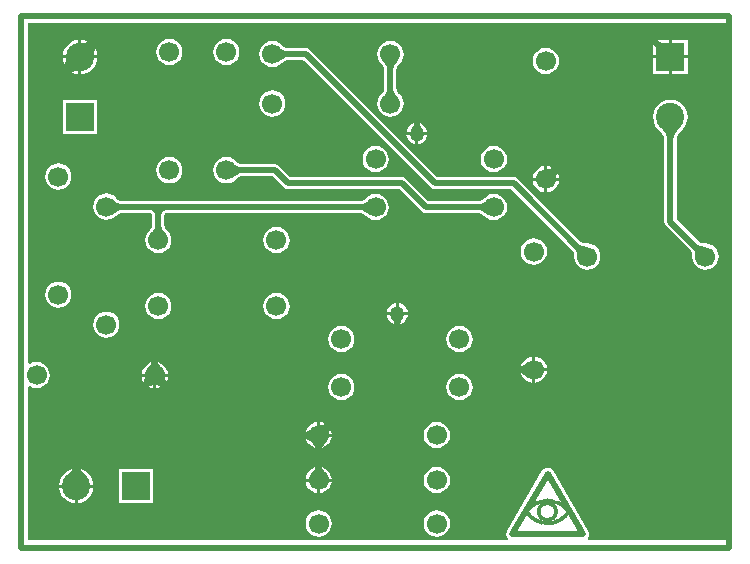
<source format=gbl>
G04 Layer_Physical_Order=2*
G04 Layer_Color=13278208*
%FSLAX44Y44*%
%MOMM*%
G71*
G01*
G75*
%ADD10C,0.3000*%
%ADD13C,0.5000*%
%ADD15C,2.4000*%
%ADD16R,2.4000X2.4000*%
%ADD17C,1.7000*%
%ADD18R,2.4000X2.4000*%
%ADD19C,1.2700*%
G36*
X596900Y6350D02*
X480199D01*
X479838Y7221D01*
X479753Y7620D01*
X479898Y7837D01*
X480160Y8069D01*
X480450Y8663D01*
X480818Y9214D01*
X480886Y9556D01*
X481039Y9871D01*
X481080Y10531D01*
X481209Y11180D01*
X481141Y11523D01*
X481162Y11872D01*
X480947Y12498D01*
X480818Y13147D01*
X480623Y13437D01*
X480509Y13768D01*
X450460Y65318D01*
X450247Y65559D01*
X450105Y65847D01*
X449588Y66303D01*
X449131Y66820D01*
X448843Y66961D01*
X448601Y67173D01*
X447949Y67397D01*
X447329Y67699D01*
X447009Y67719D01*
X446705Y67823D01*
X446016Y67780D01*
X445328Y67822D01*
X445024Y67717D01*
X444703Y67697D01*
X444084Y67394D01*
X443432Y67169D01*
X443191Y66957D01*
X442903Y66815D01*
X442447Y66298D01*
X441930Y65841D01*
X441789Y65553D01*
X441577Y65311D01*
X411627Y13762D01*
X411515Y13434D01*
X411323Y13147D01*
X411193Y12494D01*
X410977Y11865D01*
X410999Y11519D01*
X410931Y11180D01*
X411061Y10527D01*
X411103Y9864D01*
X411255Y9553D01*
X411323Y9214D01*
X411692Y8660D01*
X411985Y8063D01*
X412244Y7834D01*
X412387Y7620D01*
X412302Y7221D01*
X411941Y6350D01*
X6350D01*
Y136185D01*
X7489Y136747D01*
X7932Y136407D01*
X10618Y135294D01*
X13500Y134915D01*
X16382Y135294D01*
X19068Y136407D01*
X21374Y138176D01*
X23143Y140482D01*
X24256Y143168D01*
X24635Y146050D01*
X24256Y148932D01*
X23143Y151618D01*
X21374Y153924D01*
X19068Y155693D01*
X16382Y156806D01*
X13500Y157185D01*
X10618Y156806D01*
X7932Y155693D01*
X7489Y155353D01*
X6350Y155915D01*
Y444500D01*
X596900D01*
Y6350D01*
D02*
G37*
%LPC*%
G36*
X216370Y215605D02*
X213488Y215226D01*
X210802Y214113D01*
X208496Y212344D01*
X206727Y210038D01*
X205614Y207352D01*
X205235Y204470D01*
X205614Y201588D01*
X206727Y198902D01*
X208496Y196596D01*
X210802Y194827D01*
X213488Y193714D01*
X216370Y193335D01*
X219252Y193714D01*
X221938Y194827D01*
X224244Y196596D01*
X226013Y198902D01*
X227126Y201588D01*
X227505Y204470D01*
X227126Y207352D01*
X226013Y210038D01*
X224244Y212344D01*
X221938Y214113D01*
X219252Y215226D01*
X216370Y215605D01*
D02*
G37*
G36*
X116370D02*
X113488Y215226D01*
X110802Y214113D01*
X108496Y212344D01*
X106727Y210038D01*
X105614Y207352D01*
X105235Y204470D01*
X105614Y201588D01*
X106727Y198902D01*
X108496Y196596D01*
X110802Y194827D01*
X113488Y193714D01*
X116370Y193335D01*
X119252Y193714D01*
X121938Y194827D01*
X124244Y196596D01*
X126013Y198902D01*
X127126Y201588D01*
X127505Y204470D01*
X127126Y207352D01*
X126013Y210038D01*
X124244Y212344D01*
X121938Y214113D01*
X119252Y215226D01*
X116370Y215605D01*
D02*
G37*
G36*
X320040Y206919D02*
Y199390D01*
X327570D01*
X327431Y200441D01*
X326535Y202603D01*
X325110Y204460D01*
X323253Y205885D01*
X321091Y206781D01*
X320040Y206919D01*
D02*
G37*
G36*
X317500D02*
X316449Y206781D01*
X314287Y205885D01*
X312430Y204460D01*
X311005Y202603D01*
X310109Y200441D01*
X309970Y199390D01*
X317500D01*
Y206919D01*
D02*
G37*
G36*
X327570Y196850D02*
X320040D01*
Y193585D01*
X323215D01*
X322845Y193191D01*
X322515Y192771D01*
X322223Y192324D01*
X321970Y191852D01*
X321756Y191354D01*
X321581Y190830D01*
X321445Y190279D01*
X321348Y189703D01*
X321334Y189559D01*
X323253Y190355D01*
X325110Y191780D01*
X326535Y193637D01*
X327431Y195799D01*
X327570Y196850D01*
D02*
G37*
G36*
X271310Y187665D02*
X268428Y187286D01*
X265742Y186173D01*
X263436Y184404D01*
X261667Y182098D01*
X260554Y179412D01*
X260175Y176530D01*
X260554Y173648D01*
X261667Y170962D01*
X263436Y168656D01*
X265742Y166887D01*
X268428Y165774D01*
X271310Y165395D01*
X274192Y165774D01*
X276878Y166887D01*
X279184Y168656D01*
X280953Y170962D01*
X282066Y173648D01*
X282445Y176530D01*
X282066Y179412D01*
X280953Y182098D01*
X279184Y184404D01*
X276878Y186173D01*
X274192Y187286D01*
X271310Y187665D01*
D02*
G37*
G36*
X435610Y161628D02*
Y151930D01*
X445308D01*
X445096Y153542D01*
X443983Y156228D01*
X442214Y158534D01*
X439908Y160303D01*
X437222Y161416D01*
X435610Y161628D01*
D02*
G37*
G36*
X371310Y187665D02*
X368428Y187286D01*
X365742Y186173D01*
X363436Y184404D01*
X361667Y182098D01*
X360554Y179412D01*
X360175Y176530D01*
X360554Y173648D01*
X361667Y170962D01*
X363436Y168656D01*
X365742Y166887D01*
X368428Y165774D01*
X371310Y165395D01*
X374192Y165774D01*
X376878Y166887D01*
X379184Y168656D01*
X380953Y170962D01*
X382066Y173648D01*
X382445Y176530D01*
X382066Y179412D01*
X380953Y182098D01*
X379184Y184404D01*
X376878Y186173D01*
X374192Y187286D01*
X371310Y187665D01*
D02*
G37*
G36*
X317500Y196850D02*
X309970D01*
X310109Y195799D01*
X311005Y193637D01*
X312430Y191780D01*
X314287Y190355D01*
X316206Y189559D01*
X316192Y189703D01*
X316095Y190279D01*
X315959Y190830D01*
X315784Y191354D01*
X315570Y191852D01*
X315317Y192324D01*
X315025Y192771D01*
X314694Y193191D01*
X314325Y193585D01*
X317500D01*
Y196850D01*
D02*
G37*
G36*
X72390Y199895D02*
X69508Y199516D01*
X66822Y198403D01*
X64516Y196634D01*
X62747Y194328D01*
X61634Y191642D01*
X61255Y188760D01*
X61634Y185878D01*
X62747Y183192D01*
X64516Y180886D01*
X66822Y179117D01*
X69508Y178004D01*
X72390Y177625D01*
X75272Y178004D01*
X77958Y179117D01*
X80264Y180886D01*
X82033Y183192D01*
X83146Y185878D01*
X83525Y188760D01*
X83146Y191642D01*
X82033Y194328D01*
X80264Y196634D01*
X77958Y198403D01*
X75272Y199516D01*
X72390Y199895D01*
D02*
G37*
G36*
X216370Y271485D02*
X213488Y271106D01*
X210802Y269993D01*
X208496Y268224D01*
X206727Y265918D01*
X205614Y263232D01*
X205235Y260350D01*
X205614Y257468D01*
X206727Y254782D01*
X208496Y252476D01*
X210802Y250707D01*
X213488Y249594D01*
X216370Y249215D01*
X219252Y249594D01*
X221938Y250707D01*
X224244Y252476D01*
X226013Y254782D01*
X227126Y257468D01*
X227505Y260350D01*
X227126Y263232D01*
X226013Y265918D01*
X224244Y268224D01*
X221938Y269993D01*
X219252Y271106D01*
X216370Y271485D01*
D02*
G37*
G36*
X249368Y67902D02*
X246692Y66793D01*
X244386Y65024D01*
X242617Y62718D01*
X241504Y60032D01*
X241292Y58420D01*
X250990D01*
Y63220D01*
X246310D01*
X246966Y63900D01*
X247552Y64588D01*
X248069Y65284D01*
X248518Y65988D01*
X248897Y66700D01*
X249208Y67419D01*
X249368Y67902D01*
D02*
G37*
G36*
X50940Y66172D02*
X50965Y66123D01*
X51614Y65074D01*
X52381Y64002D01*
X53266Y62905D01*
X55390Y60640D01*
X48260D01*
Y53340D01*
X61488D01*
X61156Y55866D01*
X59691Y59403D01*
X57360Y62440D01*
X54323Y64771D01*
X50940Y66172D01*
D02*
G37*
G36*
X173990Y330705D02*
X171108Y330326D01*
X168422Y329213D01*
X166116Y327444D01*
X164347Y325138D01*
X163234Y322452D01*
X162855Y319570D01*
X163234Y316688D01*
X164347Y314002D01*
X166116Y311696D01*
X168422Y309927D01*
X171108Y308814D01*
X173990Y308435D01*
X176872Y308814D01*
X179558Y309927D01*
X181864Y311696D01*
X182056Y311947D01*
X182481Y312356D01*
X183043Y312835D01*
X183595Y313246D01*
X184135Y313590D01*
X184664Y313872D01*
X185182Y314096D01*
X185691Y314265D01*
X186196Y314384D01*
X186539Y314431D01*
X212971D01*
X222426Y304976D01*
X224093Y303862D01*
X226060Y303471D01*
X320452D01*
X339266Y284656D01*
X340933Y283542D01*
X342900Y283151D01*
X387971D01*
X388313Y283104D01*
X388819Y282985D01*
X389328Y282816D01*
X389846Y282592D01*
X390374Y282310D01*
X390915Y281966D01*
X391467Y281555D01*
X392029Y281076D01*
X392454Y280667D01*
X392646Y280416D01*
X394952Y278647D01*
X397638Y277534D01*
X400520Y277155D01*
X403402Y277534D01*
X406088Y278647D01*
X408394Y280416D01*
X410163Y282722D01*
X411276Y285408D01*
X411655Y288290D01*
X411276Y291172D01*
X410163Y293858D01*
X408394Y296164D01*
X406088Y297933D01*
X403402Y299046D01*
X400520Y299425D01*
X397638Y299046D01*
X394952Y297933D01*
X392646Y296164D01*
X392454Y295913D01*
X392029Y295504D01*
X391467Y295025D01*
X390915Y294614D01*
X390375Y294270D01*
X389846Y293988D01*
X389328Y293764D01*
X388819Y293595D01*
X388314Y293477D01*
X387971Y293429D01*
X345028D01*
X326214Y312244D01*
X324547Y313358D01*
X322580Y313749D01*
X228188D01*
X218734Y323204D01*
X217066Y324318D01*
X215100Y324709D01*
X186539D01*
X186196Y324757D01*
X185691Y324875D01*
X185182Y325044D01*
X184664Y325268D01*
X184135Y325550D01*
X183595Y325894D01*
X183043Y326305D01*
X182481Y326784D01*
X182056Y327193D01*
X181864Y327444D01*
X179558Y329213D01*
X176872Y330326D01*
X173990Y330705D01*
D02*
G37*
G36*
X72390Y299895D02*
X69508Y299516D01*
X66822Y298403D01*
X64516Y296634D01*
X62747Y294328D01*
X61634Y291642D01*
X61255Y288760D01*
X61634Y285878D01*
X62747Y283192D01*
X64516Y280886D01*
X66822Y279117D01*
X69508Y278004D01*
X72390Y277625D01*
X75272Y278004D01*
X77958Y279117D01*
X79728Y280475D01*
X79818Y280526D01*
X79997Y280681D01*
X80264Y280886D01*
X80324Y280965D01*
X80488Y281107D01*
X81096Y281577D01*
X81689Y281981D01*
X82267Y282321D01*
X82829Y282600D01*
X83376Y282822D01*
X83908Y282989D01*
X84430Y283106D01*
X84767Y283151D01*
X109587D01*
X110032Y283073D01*
X110389Y282954D01*
X110623Y282828D01*
X110780Y282700D01*
X110908Y282543D01*
X111034Y282309D01*
X111153Y281952D01*
X111231Y281507D01*
Y272899D01*
X111184Y272556D01*
X111065Y272051D01*
X110896Y271542D01*
X110672Y271024D01*
X110390Y270495D01*
X110046Y269955D01*
X109635Y269403D01*
X109156Y268841D01*
X108747Y268416D01*
X108496Y268224D01*
X106727Y265918D01*
X105614Y263232D01*
X105235Y260350D01*
X105614Y257468D01*
X106727Y254782D01*
X108496Y252476D01*
X110802Y250707D01*
X113488Y249594D01*
X116370Y249215D01*
X119252Y249594D01*
X121938Y250707D01*
X124244Y252476D01*
X126013Y254782D01*
X127126Y257468D01*
X127505Y260350D01*
X127126Y263232D01*
X126013Y265918D01*
X124244Y268224D01*
X123993Y268416D01*
X123584Y268841D01*
X123105Y269403D01*
X122694Y269955D01*
X122350Y270495D01*
X122068Y271024D01*
X121844Y271542D01*
X121675Y272051D01*
X121557Y272556D01*
X121509Y272899D01*
Y281507D01*
X121587Y281952D01*
X121706Y282309D01*
X121832Y282543D01*
X121960Y282700D01*
X122117Y282828D01*
X122351Y282954D01*
X122708Y283073D01*
X123153Y283151D01*
X287971D01*
X288314Y283104D01*
X288819Y282985D01*
X289328Y282816D01*
X289846Y282592D01*
X290375Y282310D01*
X290915Y281966D01*
X291467Y281555D01*
X292029Y281076D01*
X292454Y280667D01*
X292646Y280416D01*
X294952Y278647D01*
X297638Y277534D01*
X300520Y277155D01*
X303402Y277534D01*
X306088Y278647D01*
X308394Y280416D01*
X310163Y282722D01*
X311276Y285408D01*
X311655Y288290D01*
X311276Y291172D01*
X310163Y293858D01*
X308394Y296164D01*
X306088Y297933D01*
X303402Y299046D01*
X300520Y299425D01*
X297638Y299046D01*
X294952Y297933D01*
X292646Y296164D01*
X292454Y295913D01*
X292029Y295504D01*
X291467Y295025D01*
X290915Y294614D01*
X290375Y294270D01*
X289846Y293988D01*
X289328Y293764D01*
X288818Y293595D01*
X288314Y293477D01*
X287971Y293429D01*
X85079D01*
X84734Y293478D01*
X84245Y293598D01*
X83760Y293767D01*
X83272Y293991D01*
X82777Y294273D01*
X82275Y294618D01*
X81765Y295031D01*
X81249Y295516D01*
X80673Y296133D01*
X80618Y296172D01*
X80264Y296634D01*
X77958Y298403D01*
X75272Y299516D01*
X72390Y299895D01*
D02*
G37*
G36*
X212890Y428965D02*
X210008Y428586D01*
X207322Y427473D01*
X205016Y425704D01*
X203247Y423398D01*
X202134Y420712D01*
X201755Y417830D01*
X202134Y414948D01*
X203247Y412262D01*
X205016Y409956D01*
X207322Y408187D01*
X210008Y407074D01*
X212890Y406695D01*
X215772Y407074D01*
X218458Y408187D01*
X220764Y409956D01*
X220956Y410207D01*
X221381Y410616D01*
X221943Y411095D01*
X222495Y411506D01*
X223035Y411850D01*
X223564Y412132D01*
X224082Y412356D01*
X224591Y412525D01*
X225096Y412644D01*
X225439Y412691D01*
X239172D01*
X346886Y304976D01*
X348554Y303862D01*
X350520Y303471D01*
X415232D01*
X467083Y251620D01*
X467291Y251344D01*
X467565Y250903D01*
X467805Y250423D01*
X468013Y249899D01*
X468188Y249325D01*
X468326Y248700D01*
X468426Y248019D01*
X468485Y247283D01*
X468496Y246693D01*
X468455Y246380D01*
X468834Y243498D01*
X469947Y240812D01*
X471716Y238506D01*
X474022Y236737D01*
X476708Y235624D01*
X479590Y235245D01*
X482472Y235624D01*
X485158Y236737D01*
X487464Y238506D01*
X489233Y240812D01*
X490346Y243498D01*
X490725Y246380D01*
X490346Y249262D01*
X489233Y251948D01*
X487464Y254254D01*
X485158Y256023D01*
X482472Y257136D01*
X479590Y257515D01*
X479277Y257474D01*
X478687Y257485D01*
X477951Y257544D01*
X477270Y257644D01*
X476645Y257782D01*
X476071Y257957D01*
X475547Y258165D01*
X475067Y258405D01*
X474626Y258679D01*
X474350Y258887D01*
X420994Y312244D01*
X419327Y313358D01*
X417360Y313749D01*
X352649D01*
X244934Y421464D01*
X243267Y422578D01*
X241300Y422969D01*
X225439D01*
X225096Y423017D01*
X224591Y423135D01*
X224082Y423304D01*
X223564Y423528D01*
X223036Y423810D01*
X222495Y424154D01*
X221943Y424565D01*
X221381Y425044D01*
X220956Y425453D01*
X220764Y425704D01*
X218458Y427473D01*
X215772Y428586D01*
X212890Y428965D01*
D02*
G37*
G36*
X31750Y225295D02*
X28868Y224916D01*
X26182Y223803D01*
X23876Y222034D01*
X22107Y219728D01*
X20994Y217042D01*
X20615Y214160D01*
X20994Y211278D01*
X22107Y208592D01*
X23876Y206286D01*
X26182Y204517D01*
X28868Y203404D01*
X31750Y203025D01*
X34632Y203404D01*
X37318Y204517D01*
X39624Y206286D01*
X41393Y208592D01*
X42506Y211278D01*
X42885Y214160D01*
X42506Y217042D01*
X41393Y219728D01*
X39624Y222034D01*
X37318Y223803D01*
X34632Y224916D01*
X31750Y225295D01*
D02*
G37*
G36*
X550000Y379266D02*
X546204Y378766D01*
X542667Y377301D01*
X539630Y374970D01*
X537299Y371933D01*
X535834Y368396D01*
X535335Y364600D01*
X535834Y360804D01*
X537299Y357267D01*
X539630Y354230D01*
X540015Y353935D01*
X541769Y352064D01*
X542546Y351101D01*
X543219Y350159D01*
X543771Y349268D01*
X544205Y348431D01*
X544527Y347651D01*
X544744Y346932D01*
X544861Y346300D01*
Y275970D01*
X545252Y274004D01*
X546366Y272336D01*
X567083Y251620D01*
X567291Y251344D01*
X567565Y250903D01*
X567805Y250423D01*
X568013Y249899D01*
X568188Y249325D01*
X568326Y248700D01*
X568426Y248019D01*
X568485Y247283D01*
X568496Y246693D01*
X568455Y246380D01*
X568834Y243498D01*
X569947Y240812D01*
X571716Y238506D01*
X574022Y236737D01*
X576708Y235624D01*
X579590Y235245D01*
X582472Y235624D01*
X585158Y236737D01*
X587464Y238506D01*
X589233Y240812D01*
X590346Y243498D01*
X590725Y246380D01*
X590346Y249262D01*
X589233Y251948D01*
X587464Y254254D01*
X585158Y256023D01*
X582472Y257136D01*
X579590Y257515D01*
X579277Y257474D01*
X578687Y257485D01*
X577951Y257544D01*
X577270Y257644D01*
X576645Y257782D01*
X576071Y257957D01*
X575547Y258165D01*
X575067Y258405D01*
X574626Y258679D01*
X574350Y258887D01*
X555139Y278099D01*
Y346300D01*
X555256Y346932D01*
X555473Y347651D01*
X555795Y348431D01*
X556229Y349268D01*
X556781Y350159D01*
X557434Y351073D01*
X559192Y353138D01*
X559934Y353895D01*
X560370Y354230D01*
X562701Y357267D01*
X564166Y360804D01*
X564665Y364600D01*
X564166Y368396D01*
X562701Y371933D01*
X560370Y374970D01*
X557333Y377301D01*
X553796Y378766D01*
X550000Y379266D01*
D02*
G37*
G36*
X255152Y67902D02*
X255312Y67419D01*
X255623Y66700D01*
X256002Y65988D01*
X256451Y65284D01*
X256968Y64588D01*
X257554Y63900D01*
X258210Y63220D01*
X253530D01*
Y58420D01*
X263228D01*
X263016Y60032D01*
X261903Y62718D01*
X260134Y65024D01*
X257828Y66793D01*
X255152Y67902D01*
D02*
G37*
G36*
X434340Y261795D02*
X431458Y261416D01*
X428772Y260303D01*
X426466Y258534D01*
X424697Y256228D01*
X423584Y253542D01*
X423205Y250660D01*
X423584Y247778D01*
X424697Y245092D01*
X426466Y242786D01*
X428772Y241017D01*
X431458Y239904D01*
X434340Y239525D01*
X437222Y239904D01*
X439908Y241017D01*
X442214Y242786D01*
X443983Y245092D01*
X445096Y247778D01*
X445475Y250660D01*
X445096Y253542D01*
X443983Y256228D01*
X442214Y258534D01*
X439908Y260303D01*
X437222Y261416D01*
X434340Y261795D01*
D02*
G37*
G36*
X253530Y106218D02*
Y103786D01*
X254191Y103839D01*
X255049Y103965D01*
X255863Y104145D01*
X256635Y104380D01*
X257363Y104669D01*
X257818Y104897D01*
X255142Y106006D01*
X253530Y106218D01*
D02*
G37*
G36*
X261907Y100808D02*
X261679Y100353D01*
X261390Y99625D01*
X261155Y98853D01*
X260975Y98039D01*
X260849Y97181D01*
X260796Y96520D01*
X263228D01*
X263016Y98132D01*
X261907Y100808D01*
D02*
G37*
G36*
X271310Y147025D02*
X268428Y146646D01*
X265742Y145533D01*
X263436Y143764D01*
X261667Y141458D01*
X260554Y138772D01*
X260175Y135890D01*
X260554Y133008D01*
X261667Y130322D01*
X263436Y128016D01*
X265742Y126247D01*
X268428Y125134D01*
X271310Y124755D01*
X274192Y125134D01*
X276878Y126247D01*
X279184Y128016D01*
X280953Y130322D01*
X282066Y133008D01*
X282445Y135890D01*
X282066Y138772D01*
X280953Y141458D01*
X279184Y143764D01*
X276878Y145533D01*
X274192Y146646D01*
X271310Y147025D01*
D02*
G37*
G36*
X112230Y137514D02*
X111569Y137461D01*
X110711Y137335D01*
X109897Y137155D01*
X109125Y136920D01*
X108397Y136631D01*
X107942Y136403D01*
X110618Y135294D01*
X112230Y135082D01*
Y137514D01*
D02*
G37*
G36*
X371310Y147025D02*
X368428Y146646D01*
X365742Y145533D01*
X363436Y143764D01*
X361667Y141458D01*
X360554Y138772D01*
X360175Y135890D01*
X360554Y133008D01*
X361667Y130322D01*
X363436Y128016D01*
X365742Y126247D01*
X368428Y125134D01*
X371310Y124755D01*
X374192Y125134D01*
X376878Y126247D01*
X379184Y128016D01*
X380953Y130322D01*
X382066Y133008D01*
X382445Y135890D01*
X382066Y138772D01*
X380953Y141458D01*
X379184Y143764D01*
X376878Y145533D01*
X374192Y146646D01*
X371310Y147025D01*
D02*
G37*
G36*
X263228Y93980D02*
X253530D01*
Y89180D01*
X258210D01*
X257554Y88499D01*
X256968Y87811D01*
X256451Y87116D01*
X256002Y86412D01*
X255623Y85701D01*
X255312Y84981D01*
X255152Y84498D01*
X257828Y85607D01*
X260134Y87376D01*
X261903Y89682D01*
X263016Y92368D01*
X263228Y93980D01*
D02*
G37*
G36*
X352260Y106385D02*
X349378Y106006D01*
X346692Y104893D01*
X344386Y103124D01*
X342617Y100818D01*
X341504Y98132D01*
X341125Y95250D01*
X341504Y92368D01*
X342617Y89682D01*
X344386Y87376D01*
X346692Y85607D01*
X349378Y84494D01*
X352260Y84115D01*
X355142Y84494D01*
X357828Y85607D01*
X360134Y87376D01*
X361903Y89682D01*
X363016Y92368D01*
X363395Y95250D01*
X363016Y98132D01*
X361903Y100818D01*
X360134Y103124D01*
X357828Y104893D01*
X355142Y106006D01*
X352260Y106385D01*
D02*
G37*
G36*
X250990Y93980D02*
X246190D01*
Y89300D01*
X245509Y89956D01*
X244821Y90542D01*
X244126Y91060D01*
X243422Y91508D01*
X242710Y91888D01*
X241991Y92198D01*
X241508Y92359D01*
X242617Y89682D01*
X244386Y87376D01*
X246692Y85607D01*
X249368Y84498D01*
X249208Y84981D01*
X248897Y85701D01*
X248518Y86412D01*
X248069Y87116D01*
X247552Y87811D01*
X246966Y88499D01*
X246310Y89180D01*
X250990D01*
Y93980D01*
D02*
G37*
G36*
X253530Y102565D02*
Y96520D01*
X259575D01*
X253530Y102565D01*
D02*
G37*
G36*
X250990Y106218D02*
X249378Y106006D01*
X246692Y104893D01*
X244386Y103124D01*
X242617Y100818D01*
X241508Y98141D01*
X241991Y98302D01*
X242710Y98612D01*
X243422Y98992D01*
X244126Y99440D01*
X244821Y99958D01*
X245509Y100545D01*
X246190Y101200D01*
Y96520D01*
X250990D01*
Y106218D01*
D02*
G37*
G36*
X433070Y149390D02*
X428270D01*
Y144710D01*
X427589Y145365D01*
X426902Y145952D01*
X426206Y146469D01*
X425502Y146918D01*
X424790Y147297D01*
X424071Y147608D01*
X423588Y147768D01*
X424697Y145092D01*
X426466Y142786D01*
X428772Y141017D01*
X431458Y139904D01*
X433070Y139692D01*
Y149390D01*
D02*
G37*
G36*
X124468Y144780D02*
X122036D01*
X122089Y144119D01*
X122215Y143261D01*
X122395Y142447D01*
X122630Y141675D01*
X122919Y140947D01*
X123147Y140492D01*
X124256Y143168D01*
X124468Y144780D01*
D02*
G37*
G36*
X110609Y156802D02*
X107932Y155693D01*
X105626Y153924D01*
X103857Y151618D01*
X102744Y148932D01*
X102532Y147320D01*
X112230D01*
Y152120D01*
X107550D01*
X108205Y152801D01*
X108792Y153489D01*
X109310Y154184D01*
X109758Y154888D01*
X110138Y155599D01*
X110448Y156319D01*
X110609Y156802D01*
D02*
G37*
G36*
X433070Y161628D02*
X431458Y161416D01*
X428772Y160303D01*
X426466Y158534D01*
X424697Y156228D01*
X423588Y153552D01*
X424071Y153712D01*
X424790Y154023D01*
X425502Y154402D01*
X426206Y154851D01*
X426902Y155368D01*
X427589Y155955D01*
X428270Y156610D01*
Y151930D01*
X433070D01*
Y161628D01*
D02*
G37*
G36*
X116391Y156802D02*
X116552Y156319D01*
X116862Y155599D01*
X117242Y154888D01*
X117690Y154184D01*
X118208Y153489D01*
X118794Y152801D01*
X119450Y152120D01*
X114770D01*
Y147320D01*
X124468D01*
X124256Y148932D01*
X123143Y151618D01*
X121374Y153924D01*
X119068Y155693D01*
X116391Y156802D01*
D02*
G37*
G36*
X112230Y144780D02*
X106185D01*
X112230Y138735D01*
Y144780D01*
D02*
G37*
G36*
X114770Y137514D02*
Y135082D01*
X116382Y135294D01*
X119058Y136403D01*
X118603Y136631D01*
X117875Y136920D01*
X117103Y137155D01*
X116289Y137335D01*
X115431Y137461D01*
X114770Y137514D01*
D02*
G37*
G36*
X120815Y144780D02*
X114770D01*
Y138735D01*
X120815Y144780D01*
D02*
G37*
G36*
X104964D02*
X102532D01*
X102744Y143168D01*
X103853Y140492D01*
X104081Y140947D01*
X104370Y141675D01*
X104605Y142447D01*
X104785Y143261D01*
X104911Y144119D01*
X104964Y144780D01*
D02*
G37*
G36*
X445308Y149390D02*
X435610D01*
Y139692D01*
X437222Y139904D01*
X439908Y141017D01*
X442214Y142786D01*
X443983Y145092D01*
X445096Y147778D01*
X445308Y149390D01*
D02*
G37*
G36*
X43040Y66172D02*
X39657Y64771D01*
X36620Y62440D01*
X34289Y59403D01*
X32824Y55866D01*
X32492Y53340D01*
X45720D01*
Y60640D01*
X38590D01*
X39711Y61784D01*
X41599Y64002D01*
X42366Y65074D01*
X43015Y66123D01*
X43040Y66172D01*
D02*
G37*
G36*
X48730Y403389D02*
X48278Y403384D01*
X45375Y403151D01*
X44074Y402935D01*
X42874Y402652D01*
X42821Y402636D01*
X46204Y401234D01*
X48730Y400902D01*
Y403389D01*
D02*
G37*
G36*
X64498Y414130D02*
X51270D01*
Y400902D01*
X53796Y401234D01*
X57333Y402699D01*
X60370Y405030D01*
X62701Y408067D01*
X64166Y411604D01*
X64498Y414130D01*
D02*
G37*
G36*
X48730D02*
X39151D01*
X48730Y404551D01*
Y414130D01*
D02*
G37*
G36*
X37964D02*
X35502D01*
X35834Y411604D01*
X37236Y408221D01*
X37252Y408274D01*
X37535Y409474D01*
X37751Y410775D01*
X37901Y412176D01*
X37964Y414130D01*
D02*
G37*
G36*
X352260Y31455D02*
X349378Y31076D01*
X346692Y29963D01*
X344386Y28194D01*
X342617Y25888D01*
X341504Y23202D01*
X341125Y20320D01*
X341504Y17438D01*
X342617Y14752D01*
X344386Y12446D01*
X346692Y10677D01*
X349378Y9564D01*
X352260Y9185D01*
X355142Y9564D01*
X357828Y10677D01*
X360134Y12446D01*
X361903Y14752D01*
X363016Y17438D01*
X363395Y20320D01*
X363016Y23202D01*
X361903Y25888D01*
X360134Y28194D01*
X357828Y29963D01*
X355142Y31076D01*
X352260Y31455D01*
D02*
G37*
G36*
X112330Y66610D02*
X83250D01*
Y37530D01*
X112330D01*
Y66610D01*
D02*
G37*
G36*
X312890Y428965D02*
X310008Y428586D01*
X307322Y427473D01*
X305016Y425704D01*
X303247Y423398D01*
X302134Y420712D01*
X301755Y417830D01*
X302134Y414948D01*
X303247Y412262D01*
X305016Y409956D01*
X305267Y409764D01*
X305676Y409339D01*
X306155Y408777D01*
X306566Y408225D01*
X306910Y407685D01*
X307192Y407156D01*
X307416Y406638D01*
X307585Y406129D01*
X307703Y405624D01*
X307751Y405281D01*
Y388469D01*
X307703Y388126D01*
X307585Y387621D01*
X307416Y387112D01*
X307192Y386594D01*
X306910Y386065D01*
X306566Y385525D01*
X306155Y384973D01*
X305676Y384411D01*
X305267Y383986D01*
X305016Y383794D01*
X303247Y381488D01*
X302134Y378802D01*
X301755Y375920D01*
X302134Y373038D01*
X303247Y370352D01*
X305016Y368046D01*
X307322Y366277D01*
X310008Y365164D01*
X312890Y364785D01*
X315772Y365164D01*
X318458Y366277D01*
X320764Y368046D01*
X322533Y370352D01*
X323646Y373038D01*
X324025Y375920D01*
X323646Y378802D01*
X322533Y381488D01*
X320764Y383794D01*
X320513Y383986D01*
X320104Y384411D01*
X319625Y384973D01*
X319214Y385525D01*
X318870Y386065D01*
X318588Y386594D01*
X318364Y387112D01*
X318195Y387621D01*
X318076Y388126D01*
X318029Y388469D01*
Y405281D01*
X318076Y405624D01*
X318195Y406129D01*
X318364Y406638D01*
X318588Y407156D01*
X318870Y407685D01*
X319214Y408225D01*
X319625Y408777D01*
X320104Y409339D01*
X320513Y409764D01*
X320764Y409956D01*
X322533Y412262D01*
X323646Y414948D01*
X324025Y417830D01*
X323646Y420712D01*
X322533Y423398D01*
X320764Y425704D01*
X318458Y427473D01*
X315772Y428586D01*
X312890Y428965D01*
D02*
G37*
G36*
X444500Y423085D02*
X441618Y422706D01*
X438932Y421593D01*
X436626Y419824D01*
X434857Y417518D01*
X433744Y414832D01*
X433365Y411950D01*
X433744Y409068D01*
X434857Y406382D01*
X436626Y404076D01*
X438932Y402307D01*
X441618Y401194D01*
X444500Y400815D01*
X447382Y401194D01*
X450068Y402307D01*
X452374Y404076D01*
X454143Y406382D01*
X455256Y409068D01*
X455635Y411950D01*
X455256Y414832D01*
X454143Y417518D01*
X452374Y419824D01*
X450068Y421593D01*
X447382Y422706D01*
X444500Y423085D01*
D02*
G37*
G36*
X564540Y414130D02*
X551270D01*
Y400860D01*
X564540D01*
Y414130D01*
D02*
G37*
G36*
X548730D02*
X535460D01*
Y400860D01*
X548730D01*
Y414130D01*
D02*
G37*
G36*
X62764Y422579D02*
X62748Y422526D01*
X62465Y421326D01*
X62249Y420025D01*
X62099Y418624D01*
X62036Y416670D01*
X64498D01*
X64166Y419196D01*
X62764Y422579D01*
D02*
G37*
G36*
X51270Y426249D02*
Y416670D01*
X60849D01*
X51270Y426249D01*
D02*
G37*
G36*
X548730Y429940D02*
X539030D01*
X539058Y429912D01*
X540901Y428350D01*
X541715Y427782D01*
X542458Y427354D01*
X543129Y427068D01*
X543729Y426924D01*
X544258Y426921D01*
X544715Y427059D01*
X545102Y427339D01*
X538061Y420299D01*
X538341Y420685D01*
X538479Y421142D01*
X538476Y421671D01*
X538332Y422271D01*
X538046Y422943D01*
X537618Y423685D01*
X537050Y424499D01*
X536339Y425385D01*
X535460Y426331D01*
Y416670D01*
X548730D01*
Y429940D01*
D02*
G37*
G36*
X537065D02*
X535460D01*
Y428335D01*
X537065Y429940D01*
D02*
G37*
G36*
X51270Y429898D02*
Y427411D01*
X51722Y427416D01*
X54625Y427649D01*
X55926Y427865D01*
X57126Y428148D01*
X57179Y428164D01*
X53796Y429566D01*
X51270Y429898D01*
D02*
G37*
G36*
X173990Y430705D02*
X171108Y430326D01*
X168422Y429213D01*
X166116Y427444D01*
X164347Y425138D01*
X163234Y422452D01*
X162855Y419570D01*
X163234Y416688D01*
X164347Y414002D01*
X166116Y411696D01*
X168422Y409927D01*
X171108Y408814D01*
X173990Y408435D01*
X176872Y408814D01*
X179558Y409927D01*
X181864Y411696D01*
X183633Y414002D01*
X184746Y416688D01*
X185125Y419570D01*
X184746Y422452D01*
X183633Y425138D01*
X181864Y427444D01*
X179558Y429213D01*
X176872Y430326D01*
X173990Y430705D01*
D02*
G37*
G36*
X125730D02*
X122848Y430326D01*
X120162Y429213D01*
X117856Y427444D01*
X116087Y425138D01*
X114974Y422452D01*
X114595Y419570D01*
X114974Y416688D01*
X116087Y414002D01*
X117856Y411696D01*
X120162Y409927D01*
X122848Y408814D01*
X125730Y408435D01*
X128612Y408814D01*
X131298Y409927D01*
X133604Y411696D01*
X135373Y414002D01*
X136486Y416688D01*
X136865Y419570D01*
X136486Y422452D01*
X135373Y425138D01*
X133604Y427444D01*
X131298Y429213D01*
X128612Y430326D01*
X125730Y430705D01*
D02*
G37*
G36*
X252260Y31455D02*
X249378Y31076D01*
X246692Y29963D01*
X244386Y28194D01*
X242617Y25888D01*
X241504Y23202D01*
X241125Y20320D01*
X241504Y17438D01*
X242617Y14752D01*
X244386Y12446D01*
X246692Y10677D01*
X249378Y9564D01*
X252260Y9185D01*
X255142Y9564D01*
X257828Y10677D01*
X260134Y12446D01*
X261903Y14752D01*
X263016Y17438D01*
X263395Y20320D01*
X263016Y23202D01*
X261903Y25888D01*
X260134Y28194D01*
X257828Y29963D01*
X255142Y31076D01*
X252260Y31455D01*
D02*
G37*
G36*
X48730Y429898D02*
X46204Y429566D01*
X42667Y428101D01*
X39630Y425770D01*
X37299Y422733D01*
X35834Y419196D01*
X35502Y416670D01*
X48730D01*
Y429898D01*
D02*
G37*
G36*
X564540Y429940D02*
X551270D01*
Y416670D01*
X564540D01*
Y429940D01*
D02*
G37*
G36*
X212890Y387055D02*
X210008Y386676D01*
X207322Y385563D01*
X205016Y383794D01*
X203247Y381488D01*
X202134Y378802D01*
X201755Y375920D01*
X202134Y373038D01*
X203247Y370352D01*
X205016Y368046D01*
X207322Y366277D01*
X210008Y365164D01*
X212890Y364785D01*
X215772Y365164D01*
X218458Y366277D01*
X220764Y368046D01*
X222533Y370352D01*
X223646Y373038D01*
X224025Y375920D01*
X223646Y378802D01*
X222533Y381488D01*
X220764Y383794D01*
X218458Y385563D01*
X215772Y386676D01*
X212890Y387055D01*
D02*
G37*
G36*
X125730Y330705D02*
X122848Y330326D01*
X120162Y329213D01*
X117856Y327444D01*
X116087Y325138D01*
X114974Y322452D01*
X114595Y319570D01*
X114974Y316688D01*
X116087Y314002D01*
X117856Y311696D01*
X120162Y309927D01*
X122848Y308814D01*
X125730Y308435D01*
X128612Y308814D01*
X131298Y309927D01*
X133604Y311696D01*
X135373Y314002D01*
X136486Y316688D01*
X136865Y319570D01*
X136486Y322452D01*
X135373Y325138D01*
X133604Y327444D01*
X131298Y329213D01*
X128612Y330326D01*
X125730Y330705D01*
D02*
G37*
G36*
X31750Y325295D02*
X28868Y324916D01*
X26182Y323803D01*
X23876Y322034D01*
X22107Y319728D01*
X20994Y317042D01*
X20615Y314160D01*
X20994Y311278D01*
X22107Y308592D01*
X23876Y306286D01*
X26182Y304517D01*
X28868Y303404D01*
X31750Y303025D01*
X34632Y303404D01*
X37318Y304517D01*
X39624Y306286D01*
X41393Y308592D01*
X42506Y311278D01*
X42885Y314160D01*
X42506Y317042D01*
X41393Y319728D01*
X39624Y322034D01*
X37318Y323803D01*
X34632Y324916D01*
X31750Y325295D01*
D02*
G37*
G36*
X443230Y322918D02*
X441618Y322706D01*
X438932Y321593D01*
X436626Y319824D01*
X434857Y317518D01*
X433744Y314832D01*
X433532Y313220D01*
X443230D01*
Y322918D01*
D02*
G37*
G36*
X454147Y317508D02*
X453919Y317053D01*
X453630Y316325D01*
X453395Y315553D01*
X453215Y314739D01*
X453089Y313881D01*
X453036Y313220D01*
X455468D01*
X455256Y314832D01*
X454147Y317508D01*
D02*
G37*
G36*
X445770Y319265D02*
Y313220D01*
X451815D01*
X445770Y319265D01*
D02*
G37*
G36*
X250990Y55880D02*
X241292D01*
X241504Y54268D01*
X242617Y51582D01*
X244386Y49276D01*
X246692Y47507D01*
X249378Y46394D01*
X250990Y46182D01*
Y55880D01*
D02*
G37*
G36*
X263228D02*
X253530D01*
Y46182D01*
X255142Y46394D01*
X257828Y47507D01*
X260134Y49276D01*
X261903Y51582D01*
X263016Y54268D01*
X263228Y55880D01*
D02*
G37*
G36*
X352260Y68285D02*
X349378Y67906D01*
X346692Y66793D01*
X344386Y65024D01*
X342617Y62718D01*
X341504Y60032D01*
X341125Y57150D01*
X341504Y54268D01*
X342617Y51582D01*
X344386Y49276D01*
X346692Y47507D01*
X349378Y46394D01*
X352260Y46015D01*
X355142Y46394D01*
X357828Y47507D01*
X360134Y49276D01*
X361903Y51582D01*
X363016Y54268D01*
X363395Y57150D01*
X363016Y60032D01*
X361903Y62718D01*
X360134Y65024D01*
X357828Y66793D01*
X355142Y67906D01*
X352260Y68285D01*
D02*
G37*
G36*
X455468Y310680D02*
X445770D01*
Y300982D01*
X447382Y301194D01*
X450068Y302307D01*
X452374Y304076D01*
X454143Y306382D01*
X455256Y309068D01*
X455468Y310680D01*
D02*
G37*
G36*
X443230D02*
X433532D01*
X433744Y309068D01*
X434857Y306382D01*
X436626Y304076D01*
X438932Y302307D01*
X441618Y301194D01*
X443230Y300982D01*
Y310680D01*
D02*
G37*
G36*
X45720Y50800D02*
X32492D01*
X32824Y48274D01*
X34289Y44737D01*
X36620Y41700D01*
X39657Y39369D01*
X43194Y37904D01*
X45720Y37572D01*
Y50800D01*
D02*
G37*
G36*
X344080Y349250D02*
X336550D01*
Y341721D01*
X337601Y341859D01*
X339763Y342755D01*
X341620Y344180D01*
X343045Y346037D01*
X343941Y348199D01*
X344080Y349250D01*
D02*
G37*
G36*
X64540Y379140D02*
X35460D01*
Y350060D01*
X64540D01*
Y379140D01*
D02*
G37*
G36*
X337844Y359081D02*
X337858Y358937D01*
X337955Y358361D01*
X338091Y357810D01*
X338266Y357286D01*
X338480Y356788D01*
X338733Y356316D01*
X339025Y355869D01*
X339356Y355449D01*
X339725Y355055D01*
X336550D01*
Y351790D01*
X344080D01*
X343941Y352841D01*
X343045Y355003D01*
X341620Y356860D01*
X339763Y358285D01*
X337844Y359081D01*
D02*
G37*
G36*
X332716D02*
X330797Y358285D01*
X328940Y356860D01*
X327515Y355003D01*
X326619Y352841D01*
X326480Y351790D01*
X334010D01*
Y355055D01*
X330835D01*
X331204Y355449D01*
X331535Y355869D01*
X331827Y356316D01*
X332080Y356788D01*
X332294Y357286D01*
X332469Y357810D01*
X332605Y358361D01*
X332702Y358937D01*
X332716Y359081D01*
D02*
G37*
G36*
X300520Y340065D02*
X297638Y339686D01*
X294952Y338573D01*
X292646Y336804D01*
X290877Y334498D01*
X289764Y331812D01*
X289385Y328930D01*
X289764Y326048D01*
X290877Y323362D01*
X292646Y321056D01*
X294952Y319287D01*
X297638Y318174D01*
X300520Y317795D01*
X303402Y318174D01*
X306088Y319287D01*
X308394Y321056D01*
X310163Y323362D01*
X311276Y326048D01*
X311655Y328930D01*
X311276Y331812D01*
X310163Y334498D01*
X308394Y336804D01*
X306088Y338573D01*
X303402Y339686D01*
X300520Y340065D01*
D02*
G37*
G36*
X61488Y50800D02*
X48260D01*
Y37572D01*
X50786Y37904D01*
X54323Y39369D01*
X57360Y41700D01*
X59691Y44737D01*
X61156Y48274D01*
X61488Y50800D01*
D02*
G37*
G36*
X400520Y340065D02*
X397638Y339686D01*
X394952Y338573D01*
X392646Y336804D01*
X390877Y334498D01*
X389764Y331812D01*
X389385Y328930D01*
X389764Y326048D01*
X390877Y323362D01*
X392646Y321056D01*
X394952Y319287D01*
X397638Y318174D01*
X400520Y317795D01*
X403402Y318174D01*
X406088Y319287D01*
X408394Y321056D01*
X410163Y323362D01*
X411276Y326048D01*
X411655Y328930D01*
X411276Y331812D01*
X410163Y334498D01*
X408394Y336804D01*
X406088Y338573D01*
X403402Y339686D01*
X400520Y340065D01*
D02*
G37*
G36*
X334010Y349250D02*
X326480D01*
X326619Y348199D01*
X327515Y346037D01*
X328940Y344180D01*
X330797Y342755D01*
X332959Y341859D01*
X334010Y341721D01*
Y349250D01*
D02*
G37*
G36*
X445770Y322918D02*
Y320486D01*
X446431Y320539D01*
X447289Y320665D01*
X448103Y320845D01*
X448875Y321080D01*
X449603Y321369D01*
X450058Y321597D01*
X447382Y322706D01*
X445770Y322918D01*
D02*
G37*
%LPD*%
G36*
X180741Y324865D02*
X181429Y324278D01*
X182124Y323760D01*
X182828Y323312D01*
X183540Y322933D01*
X184259Y322622D01*
X184986Y322380D01*
X185721Y322208D01*
X186464Y322104D01*
X187214Y322070D01*
Y317070D01*
X186464Y317036D01*
X185721Y316932D01*
X184986Y316759D01*
X184259Y316518D01*
X183540Y316208D01*
X182828Y315828D01*
X182124Y315380D01*
X181429Y314862D01*
X180741Y314275D01*
X180060Y313620D01*
Y325520D01*
X180741Y324865D01*
D02*
G37*
G36*
X394450Y282340D02*
X393769Y282995D01*
X393082Y283582D01*
X392386Y284100D01*
X391682Y284548D01*
X390970Y284928D01*
X390251Y285238D01*
X389524Y285480D01*
X388789Y285652D01*
X388046Y285756D01*
X387296Y285790D01*
Y290790D01*
X388046Y290825D01*
X388789Y290928D01*
X389524Y291101D01*
X390251Y291342D01*
X390970Y291653D01*
X391682Y292032D01*
X392386Y292481D01*
X393082Y292998D01*
X393769Y293584D01*
X394450Y294240D01*
Y282340D01*
D02*
G37*
G36*
X79414Y293686D02*
X80062Y293078D01*
X80724Y292542D01*
X81400Y292077D01*
X82089Y291684D01*
X82792Y291362D01*
X83510Y291112D01*
X84241Y290933D01*
X84985Y290826D01*
X85744Y290790D01*
X85454Y285790D01*
X84713Y285757D01*
X83973Y285658D01*
X83235Y285492D01*
X82500Y285261D01*
X81765Y284963D01*
X81033Y284600D01*
X80302Y284170D01*
X79574Y283674D01*
X78847Y283112D01*
X78122Y282484D01*
X78780Y294365D01*
X79414Y293686D01*
D02*
G37*
G36*
X118904Y272824D02*
X119008Y272081D01*
X119180Y271346D01*
X119422Y270619D01*
X119733Y269900D01*
X120112Y269188D01*
X120561Y268484D01*
X121078Y267789D01*
X121664Y267101D01*
X122320Y266420D01*
X110420D01*
X111075Y267101D01*
X111662Y267789D01*
X112179Y268484D01*
X112628Y269188D01*
X113007Y269900D01*
X113318Y270619D01*
X113560Y271346D01*
X113732Y272081D01*
X113835Y272824D01*
X113870Y273574D01*
X118870D01*
X118904Y272824D01*
D02*
G37*
G36*
X294450Y282340D02*
X293769Y282995D01*
X293081Y283582D01*
X292386Y284100D01*
X291682Y284548D01*
X290970Y284928D01*
X290251Y285238D01*
X289524Y285480D01*
X288789Y285652D01*
X288046Y285756D01*
X287296Y285790D01*
Y290790D01*
X288046Y290825D01*
X288789Y290928D01*
X289524Y291101D01*
X290251Y291342D01*
X290970Y291653D01*
X291682Y292032D01*
X292386Y292481D01*
X293081Y292998D01*
X293769Y293584D01*
X294450Y294240D01*
Y282340D01*
D02*
G37*
G36*
X123870Y285790D02*
X122920Y285740D01*
X122070Y285590D01*
X121320Y285340D01*
X120670Y284990D01*
X120120Y284540D01*
X119670Y283990D01*
X119320Y283340D01*
X119070Y282590D01*
X118920Y281740D01*
X118870Y280790D01*
X113870D01*
X113820Y281740D01*
X113670Y282590D01*
X113420Y283340D01*
X113070Y283990D01*
X112620Y284540D01*
X112070Y284990D01*
X111420Y285340D01*
X110670Y285590D01*
X109820Y285740D01*
X108870Y285790D01*
X116370Y290790D01*
X123870Y285790D01*
D02*
G37*
G36*
X219641Y423125D02*
X220329Y422538D01*
X221024Y422020D01*
X221728Y421572D01*
X222439Y421193D01*
X223159Y420882D01*
X223886Y420640D01*
X224621Y420468D01*
X225364Y420364D01*
X226114Y420330D01*
Y415330D01*
X225364Y415295D01*
X224621Y415192D01*
X223886Y415019D01*
X223159Y414778D01*
X222439Y414468D01*
X221728Y414088D01*
X221024Y413639D01*
X220329Y413122D01*
X219641Y412536D01*
X218960Y411880D01*
Y423780D01*
X219641Y423125D01*
D02*
G37*
G36*
X472562Y256992D02*
X473160Y256540D01*
X473802Y256143D01*
X474487Y255799D01*
X475215Y255510D01*
X475987Y255275D01*
X476801Y255095D01*
X477659Y254969D01*
X478560Y254897D01*
X479505Y254880D01*
X471090Y246465D01*
X471073Y247409D01*
X471001Y248311D01*
X470875Y249169D01*
X470695Y249983D01*
X470460Y250755D01*
X470171Y251483D01*
X469827Y252168D01*
X469430Y252810D01*
X468978Y253408D01*
X468471Y253963D01*
X472007Y257499D01*
X472562Y256992D01*
D02*
G37*
G36*
X557279Y354886D02*
X555391Y352668D01*
X554624Y351596D01*
X553975Y350547D01*
X553444Y349522D01*
X553031Y348522D01*
X552736Y347545D01*
X552559Y346592D01*
X552500Y345663D01*
X547500D01*
X547441Y346592D01*
X547264Y347545D01*
X546969Y348522D01*
X546556Y349522D01*
X546025Y350547D01*
X545376Y351596D01*
X544609Y352668D01*
X543724Y353765D01*
X541600Y356030D01*
X558400D01*
X557279Y354886D01*
D02*
G37*
G36*
X572562Y256992D02*
X573160Y256540D01*
X573802Y256143D01*
X574487Y255799D01*
X575215Y255510D01*
X575987Y255275D01*
X576801Y255095D01*
X577659Y254969D01*
X578560Y254897D01*
X579505Y254880D01*
X571090Y246465D01*
X571073Y247409D01*
X571001Y248311D01*
X570875Y249169D01*
X570695Y249983D01*
X570460Y250755D01*
X570171Y251483D01*
X569827Y252168D01*
X569430Y252810D01*
X568978Y253408D01*
X568471Y253963D01*
X572007Y257499D01*
X572562Y256992D01*
D02*
G37*
G36*
X318185Y411079D02*
X317598Y410392D01*
X317080Y409696D01*
X316632Y408992D01*
X316252Y408280D01*
X315942Y407561D01*
X315700Y406834D01*
X315528Y406099D01*
X315424Y405356D01*
X315390Y404606D01*
X310390D01*
X310355Y405356D01*
X310252Y406099D01*
X310079Y406834D01*
X309838Y407561D01*
X309527Y408280D01*
X309148Y408992D01*
X308699Y409696D01*
X308182Y410392D01*
X307596Y411079D01*
X306940Y411760D01*
X318840D01*
X318185Y411079D01*
D02*
G37*
G36*
X315424Y388394D02*
X315528Y387651D01*
X315700Y386916D01*
X315942Y386189D01*
X316252Y385470D01*
X316632Y384758D01*
X317080Y384054D01*
X317598Y383358D01*
X318185Y382671D01*
X318840Y381990D01*
X306940D01*
X307596Y382671D01*
X308182Y383358D01*
X308699Y384054D01*
X309148Y384758D01*
X309527Y385470D01*
X309838Y386189D01*
X310079Y386916D01*
X310252Y387651D01*
X310355Y388394D01*
X310390Y389144D01*
X315390D01*
X315424Y388394D01*
D02*
G37*
D10*
X453099Y30430D02*
G03*
X453099Y30430I-7279J0D01*
G01*
X463726Y30620D02*
G03*
X428370Y30554I-17656J-11843D01*
G01*
X427851Y30899D02*
G03*
X464387Y31063I18219J10961D01*
G01*
D13*
X416070Y11180D02*
X446020Y62730D01*
X476070Y11180D01*
X416070D02*
X476070D01*
X72390Y288290D02*
X300520D01*
X116370Y260350D02*
Y288290D01*
X113500Y146050D02*
Y182410D01*
X12700Y283210D02*
X113500Y182410D01*
X12700Y283210D02*
Y378100D01*
X50000Y415400D01*
X322580Y308610D02*
X342900Y288290D01*
X226060Y308610D02*
X322580D01*
X215100Y319570D02*
X226060Y308610D01*
X480060Y441960D02*
X523440D01*
X335280D02*
X480060D01*
X76560D02*
X335280D01*
Y350520D02*
Y441960D01*
X523440D02*
X550000Y415400D01*
X50000D02*
X76560Y441960D01*
X417360Y308610D02*
X479590Y246380D01*
X350520Y308610D02*
X417360D01*
X241300Y417830D02*
X350520Y308610D01*
X212890Y417830D02*
X241300D01*
X550000Y275970D02*
X579590Y246380D01*
X550000Y275970D02*
Y364600D01*
X113500Y146050D02*
X164300Y95250D01*
X252260D01*
X46990Y79540D02*
X113500Y146050D01*
X46990Y52070D02*
Y79540D01*
X318770Y150660D02*
X434340D01*
X307670D02*
X318770D01*
Y198120D01*
X252260Y95250D02*
X307670Y150660D01*
X252260Y57150D02*
Y95250D01*
X173990Y319570D02*
X215100D01*
X342900Y288290D02*
X400520D01*
X480060Y347510D02*
Y441960D01*
X444500Y311950D02*
X480060Y347510D01*
X312890Y375920D02*
Y417830D01*
X0Y450000D02*
X600000D01*
Y0D02*
Y450000D01*
X0Y0D02*
X600000D01*
X0D02*
Y450000D01*
D15*
X50000Y415400D02*
D03*
X46990Y52070D02*
D03*
X550000Y364600D02*
D03*
D16*
X50000D02*
D03*
X550000Y415400D02*
D03*
D17*
X116370Y260350D02*
D03*
X216370D02*
D03*
X434340Y250660D02*
D03*
Y150660D02*
D03*
X13500Y146050D02*
D03*
X113500D02*
D03*
X444500Y411950D02*
D03*
Y311950D02*
D03*
X252260Y57150D02*
D03*
X352260D02*
D03*
Y95250D02*
D03*
X252260D02*
D03*
X352260Y20320D02*
D03*
X252260D02*
D03*
X116370Y204470D02*
D03*
X216370D02*
D03*
X72390Y288760D02*
D03*
Y188760D02*
D03*
X31750Y314160D02*
D03*
Y214160D02*
D03*
X479590Y246380D02*
D03*
X579590D02*
D03*
X400520Y328930D02*
D03*
X300520D02*
D03*
X400520Y288290D02*
D03*
X300520D02*
D03*
X271310Y176530D02*
D03*
X371310D02*
D03*
X125730Y319570D02*
D03*
Y419570D02*
D03*
X271310Y135890D02*
D03*
X371310D02*
D03*
X173990Y319570D02*
D03*
Y419570D02*
D03*
X212890Y375920D02*
D03*
X312890D02*
D03*
X212890Y417830D02*
D03*
X312890D02*
D03*
D18*
X97790Y52070D02*
D03*
D19*
X318770Y198120D02*
D03*
X335280Y350520D02*
D03*
M02*

</source>
